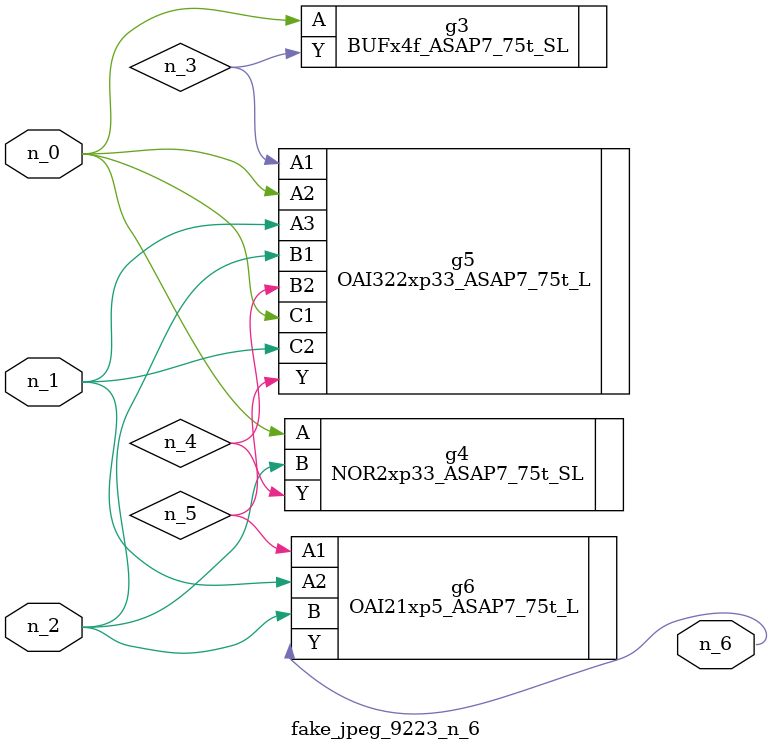
<source format=v>
module fake_jpeg_9223_n_6 (n_0, n_2, n_1, n_6);

input n_0;
input n_2;
input n_1;

output n_6;

wire n_3;
wire n_4;
wire n_5;

BUFx4f_ASAP7_75t_SL g3 ( 
.A(n_0),
.Y(n_3)
);

NOR2xp33_ASAP7_75t_SL g4 ( 
.A(n_0),
.B(n_2),
.Y(n_4)
);

OAI322xp33_ASAP7_75t_L g5 ( 
.A1(n_3),
.A2(n_0),
.A3(n_1),
.B1(n_2),
.B2(n_4),
.C1(n_0),
.C2(n_1),
.Y(n_5)
);

OAI21xp5_ASAP7_75t_L g6 ( 
.A1(n_5),
.A2(n_1),
.B(n_2),
.Y(n_6)
);


endmodule
</source>
